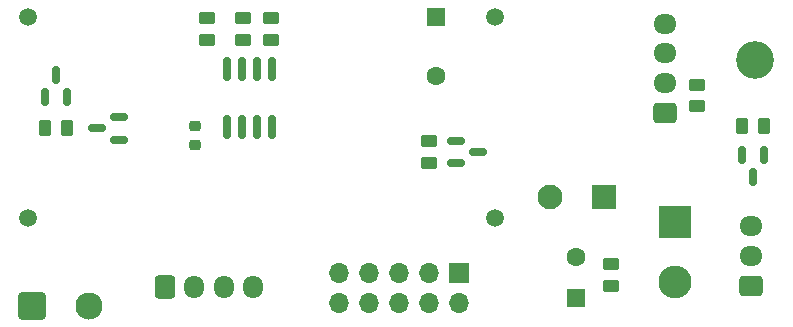
<source format=gbr>
%TF.GenerationSoftware,KiCad,Pcbnew,6.0.11-2627ca5db0~126~ubuntu22.04.1*%
%TF.CreationDate,2023-02-15T16:19:54+03:00*%
%TF.ProjectId,train_barrier,74726169-6e5f-4626-9172-726965722e6b,rev?*%
%TF.SameCoordinates,Original*%
%TF.FileFunction,Soldermask,Bot*%
%TF.FilePolarity,Negative*%
%FSLAX46Y46*%
G04 Gerber Fmt 4.6, Leading zero omitted, Abs format (unit mm)*
G04 Created by KiCad (PCBNEW 6.0.11-2627ca5db0~126~ubuntu22.04.1) date 2023-02-15 16:19:54*
%MOMM*%
%LPD*%
G01*
G04 APERTURE LIST*
G04 Aperture macros list*
%AMRoundRect*
0 Rectangle with rounded corners*
0 $1 Rounding radius*
0 $2 $3 $4 $5 $6 $7 $8 $9 X,Y pos of 4 corners*
0 Add a 4 corners polygon primitive as box body*
4,1,4,$2,$3,$4,$5,$6,$7,$8,$9,$2,$3,0*
0 Add four circle primitives for the rounded corners*
1,1,$1+$1,$2,$3*
1,1,$1+$1,$4,$5*
1,1,$1+$1,$6,$7*
1,1,$1+$1,$8,$9*
0 Add four rect primitives between the rounded corners*
20,1,$1+$1,$2,$3,$4,$5,0*
20,1,$1+$1,$4,$5,$6,$7,0*
20,1,$1+$1,$6,$7,$8,$9,0*
20,1,$1+$1,$8,$9,$2,$3,0*%
G04 Aperture macros list end*
%ADD10RoundRect,0.250000X-0.600000X-0.725000X0.600000X-0.725000X0.600000X0.725000X-0.600000X0.725000X0*%
%ADD11O,1.700000X1.950000*%
%ADD12RoundRect,0.250000X0.725000X-0.600000X0.725000X0.600000X-0.725000X0.600000X-0.725000X-0.600000X0*%
%ADD13O,1.950000X1.700000*%
%ADD14R,1.600000X1.600000*%
%ADD15C,1.600000*%
%ADD16C,1.500000*%
%ADD17R,1.700000X1.700000*%
%ADD18O,1.700000X1.700000*%
%ADD19C,3.200000*%
%ADD20R,2.800000X2.800000*%
%ADD21O,2.800000X2.800000*%
%ADD22RoundRect,0.150000X-0.150000X0.587500X-0.150000X-0.587500X0.150000X-0.587500X0.150000X0.587500X0*%
%ADD23RoundRect,0.150000X0.150000X-0.587500X0.150000X0.587500X-0.150000X0.587500X-0.150000X-0.587500X0*%
%ADD24RoundRect,0.250000X0.450000X-0.262500X0.450000X0.262500X-0.450000X0.262500X-0.450000X-0.262500X0*%
%ADD25RoundRect,0.250000X-0.450000X0.262500X-0.450000X-0.262500X0.450000X-0.262500X0.450000X0.262500X0*%
%ADD26RoundRect,0.150000X0.587500X0.150000X-0.587500X0.150000X-0.587500X-0.150000X0.587500X-0.150000X0*%
%ADD27RoundRect,0.225000X-0.250000X0.225000X-0.250000X-0.225000X0.250000X-0.225000X0.250000X0.225000X0*%
%ADD28RoundRect,0.250001X-0.899999X-0.899999X0.899999X-0.899999X0.899999X0.899999X-0.899999X0.899999X0*%
%ADD29C,2.300000*%
%ADD30RoundRect,0.150000X-0.150000X0.825000X-0.150000X-0.825000X0.150000X-0.825000X0.150000X0.825000X0*%
%ADD31RoundRect,0.250000X-0.262500X-0.450000X0.262500X-0.450000X0.262500X0.450000X-0.262500X0.450000X0*%
%ADD32RoundRect,0.250001X0.799999X0.799999X-0.799999X0.799999X-0.799999X-0.799999X0.799999X-0.799999X0*%
%ADD33C,2.100000*%
%ADD34RoundRect,0.150000X-0.587500X-0.150000X0.587500X-0.150000X0.587500X0.150000X-0.587500X0.150000X0*%
%ADD35RoundRect,0.250000X0.262500X0.450000X-0.262500X0.450000X-0.262500X-0.450000X0.262500X-0.450000X0*%
G04 APERTURE END LIST*
D10*
%TO.C,SW1*%
X77400000Y-51000000D03*
D11*
X79900000Y-51000000D03*
X82400000Y-51000000D03*
X84900000Y-51000000D03*
%TD*%
D12*
%TO.C,M1*%
X127075000Y-50900000D03*
D13*
X127075000Y-48400000D03*
X127075000Y-45900000D03*
%TD*%
D14*
%TO.C,C6*%
X112200000Y-51955302D03*
D15*
X112200000Y-48455302D03*
%TD*%
D16*
%TO.C,U1*%
X65850000Y-28200000D03*
X65850000Y-45200000D03*
X105350000Y-45200000D03*
X105350000Y-28200000D03*
%TD*%
D17*
%TO.C,J1*%
X102325000Y-49800000D03*
D18*
X102325000Y-52340000D03*
X99785000Y-49800000D03*
X99785000Y-52340000D03*
X97245000Y-49800000D03*
X97245000Y-52340000D03*
X94705000Y-49800000D03*
X94705000Y-52340000D03*
X92165000Y-49800000D03*
X92165000Y-52340000D03*
%TD*%
D12*
%TO.C,D2*%
X119750000Y-36250000D03*
D13*
X119750000Y-33750000D03*
X119750000Y-31250000D03*
X119750000Y-28750000D03*
%TD*%
D19*
%TO.C,H1*%
X127400000Y-31800000D03*
%TD*%
D20*
%TO.C,D1*%
X120600000Y-45503712D03*
D21*
X120600000Y-50583712D03*
%TD*%
D22*
%TO.C,Q4*%
X126250000Y-39862500D03*
X128150000Y-39862500D03*
X127200000Y-41737500D03*
%TD*%
D23*
%TO.C,Q2*%
X69150000Y-34937500D03*
X67250000Y-34937500D03*
X68200000Y-33062500D03*
%TD*%
D24*
%TO.C,R9*%
X99800000Y-40512500D03*
X99800000Y-38687500D03*
%TD*%
%TO.C,R7*%
X84000000Y-30112500D03*
X84000000Y-28287500D03*
%TD*%
D25*
%TO.C,R8*%
X122500000Y-33887500D03*
X122500000Y-35712500D03*
%TD*%
D26*
%TO.C,Q1*%
X73537500Y-36650000D03*
X73537500Y-38550000D03*
X71662500Y-37600000D03*
%TD*%
D27*
%TO.C,C4*%
X80000000Y-37425000D03*
X80000000Y-38975000D03*
%TD*%
D25*
%TO.C,R3*%
X115200000Y-49087500D03*
X115200000Y-50912500D03*
%TD*%
D28*
%TO.C,BT1*%
X66200000Y-52600000D03*
D29*
X71000000Y-52600000D03*
%TD*%
D24*
%TO.C,R2*%
X81000000Y-30112500D03*
X81000000Y-28287500D03*
%TD*%
D14*
%TO.C,C1*%
X100400000Y-28192047D03*
D15*
X100400000Y-33192047D03*
%TD*%
D30*
%TO.C,U2*%
X82695000Y-32525000D03*
X83965000Y-32525000D03*
X85235000Y-32525000D03*
X86505000Y-32525000D03*
X86505000Y-37475000D03*
X85235000Y-37475000D03*
X83965000Y-37475000D03*
X82695000Y-37475000D03*
%TD*%
D31*
%TO.C,R4*%
X126287500Y-37400000D03*
X128112500Y-37400000D03*
%TD*%
D24*
%TO.C,R5*%
X86400000Y-30112500D03*
X86400000Y-28287500D03*
%TD*%
D32*
%TO.C,LS1*%
X114600000Y-43400000D03*
D33*
X110000000Y-43400000D03*
%TD*%
D34*
%TO.C,Q6*%
X102062500Y-40550000D03*
X102062500Y-38650000D03*
X103937500Y-39600000D03*
%TD*%
D35*
%TO.C,R1*%
X69112500Y-37600000D03*
X67287500Y-37600000D03*
%TD*%
M02*

</source>
